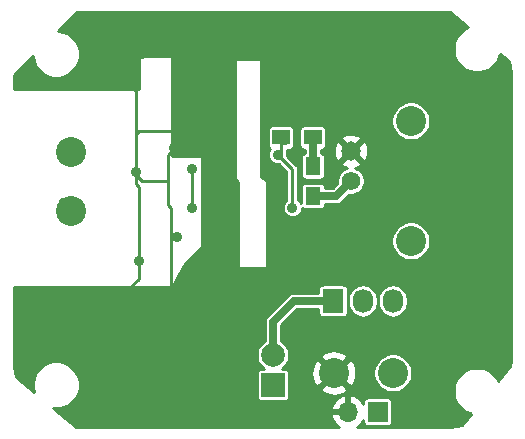
<source format=gbl>
G04 #@! TF.GenerationSoftware,KiCad,Pcbnew,(5.1.10)-1*
G04 #@! TF.CreationDate,2022-01-17T16:42:43-05:00*
G04 #@! TF.ProjectId,DiffProbe,44696666-5072-46f6-9265-2e6b69636164,X1*
G04 #@! TF.SameCoordinates,Original*
G04 #@! TF.FileFunction,Copper,L2,Bot*
G04 #@! TF.FilePolarity,Positive*
%FSLAX46Y46*%
G04 Gerber Fmt 4.6, Leading zero omitted, Abs format (unit mm)*
G04 Created by KiCad (PCBNEW (5.1.10)-1) date 2022-01-17 16:42:43*
%MOMM*%
%LPD*%
G01*
G04 APERTURE LIST*
G04 #@! TA.AperFunction,SMDPad,CuDef*
%ADD10R,1.250000X1.500000*%
G04 #@! TD*
G04 #@! TA.AperFunction,SMDPad,CuDef*
%ADD11R,1.500000X1.300000*%
G04 #@! TD*
G04 #@! TA.AperFunction,ComponentPad*
%ADD12C,2.540000*%
G04 #@! TD*
G04 #@! TA.AperFunction,ComponentPad*
%ADD13R,2.000000X2.000000*%
G04 #@! TD*
G04 #@! TA.AperFunction,ComponentPad*
%ADD14C,2.000000*%
G04 #@! TD*
G04 #@! TA.AperFunction,ComponentPad*
%ADD15C,1.574800*%
G04 #@! TD*
G04 #@! TA.AperFunction,ComponentPad*
%ADD16C,1.651000*%
G04 #@! TD*
G04 #@! TA.AperFunction,ComponentPad*
%ADD17R,1.727200X2.032000*%
G04 #@! TD*
G04 #@! TA.AperFunction,ComponentPad*
%ADD18O,1.727200X2.032000*%
G04 #@! TD*
G04 #@! TA.AperFunction,ComponentPad*
%ADD19R,1.700000X1.700000*%
G04 #@! TD*
G04 #@! TA.AperFunction,ComponentPad*
%ADD20O,1.700000X1.700000*%
G04 #@! TD*
G04 #@! TA.AperFunction,ViaPad*
%ADD21C,0.889000*%
G04 #@! TD*
G04 #@! TA.AperFunction,Conductor*
%ADD22C,0.254000*%
G04 #@! TD*
G04 #@! TA.AperFunction,Conductor*
%ADD23C,0.635000*%
G04 #@! TD*
G04 #@! TA.AperFunction,Conductor*
%ADD24C,0.150000*%
G04 #@! TD*
G04 APERTURE END LIST*
D10*
X25750000Y-16000000D03*
X25750000Y-13500000D03*
D11*
X23034000Y-11049000D03*
X25734000Y-11049000D03*
D12*
X32512000Y-30988000D03*
X27512000Y-30988000D03*
X5240000Y-17242000D03*
X5240000Y-12242000D03*
D13*
X22352000Y-32004000D03*
D14*
X22352000Y-29464000D03*
D15*
X28956000Y-14732000D03*
D16*
X28956000Y-12192000D03*
D12*
X34036000Y-9652000D03*
X34036000Y-19812000D03*
D17*
X27432000Y-24892000D03*
D18*
X29972000Y-24892000D03*
X32512000Y-24892000D03*
D19*
X31242000Y-34290000D03*
D20*
X28702000Y-34290000D03*
D21*
X18250000Y-6750000D03*
X10750000Y-6750000D03*
X14250000Y-19500000D03*
X14000000Y-4000000D03*
X11250000Y-4000000D03*
X19050000Y-22606000D03*
X10750000Y-14000000D03*
X13970000Y-11938000D03*
X11000000Y-21500000D03*
X15000000Y-23750000D03*
X17018000Y-8890000D03*
X7750000Y-29750000D03*
X15240000Y-26924000D03*
X2540000Y-24384000D03*
X14478000Y-30988000D03*
X24638000Y-8128000D03*
X24638000Y-20828000D03*
X15875000Y-33655000D03*
X15500000Y-17000000D03*
X15500000Y-13750000D03*
X24000000Y-17000000D03*
X22750000Y-12500000D03*
D22*
X10750000Y-6750000D02*
X10750000Y-11250000D01*
X14250000Y-19500000D02*
X14000000Y-19500000D01*
X14000000Y-19500000D02*
X13750000Y-19250000D01*
X13750000Y-23750000D02*
X13750000Y-19250000D01*
X13750000Y-19250000D02*
X13750000Y-17000000D01*
X13750000Y-17000000D02*
X13500000Y-16750000D01*
X13500000Y-16750000D02*
X13500000Y-14750000D01*
X10750000Y-12750000D02*
X10750000Y-14000000D01*
X14000000Y-10500000D02*
X11000000Y-10500000D01*
X10750000Y-10750000D02*
X11000000Y-10500000D01*
X10750000Y-10750000D02*
X10750000Y-11250000D01*
X10750000Y-11250000D02*
X10750000Y-12750000D01*
X10750000Y-12750000D02*
X10750000Y-14250000D01*
X13970000Y-11938000D02*
X13970000Y-12030000D01*
X11250000Y-14750000D02*
X10750000Y-14250000D01*
X13500000Y-14750000D02*
X11250000Y-14750000D01*
X13500000Y-12500000D02*
X13500000Y-14750000D01*
X13970000Y-12030000D02*
X13500000Y-12500000D01*
X11000000Y-21500000D02*
X11000000Y-15250000D01*
X11000000Y-15250000D02*
X10750000Y-15000000D01*
X10750000Y-15000000D02*
X10750000Y-14250000D01*
X11000000Y-21500000D02*
X11000000Y-23000000D01*
X11000000Y-23000000D02*
X9750000Y-24250000D01*
D23*
X22352000Y-29464000D02*
X22352000Y-26648000D01*
X22352000Y-26648000D02*
X24108000Y-24892000D01*
X24108000Y-24892000D02*
X27432000Y-24892000D01*
D22*
X5240000Y-12242000D02*
X4522000Y-12242000D01*
X5322000Y-12160000D02*
X5240000Y-12242000D01*
D23*
X4540000Y-16542000D02*
X5240000Y-17242000D01*
D22*
X4508000Y-16510000D02*
X5240000Y-17242000D01*
X5810000Y-17812000D02*
X5240000Y-17242000D01*
X15500000Y-13750000D02*
X15500000Y-17000000D01*
D23*
X25750000Y-16000000D02*
X27688000Y-16000000D01*
X27688000Y-16000000D02*
X28956000Y-14732000D01*
D22*
X27688000Y-16000000D02*
X28956000Y-14732000D01*
D23*
X25750000Y-13500000D02*
X25750000Y-11065000D01*
X25750000Y-11065000D02*
X25734000Y-11049000D01*
D22*
X25734000Y-11049000D02*
X25734000Y-13484000D01*
X25734000Y-13484000D02*
X25750000Y-13500000D01*
X23034000Y-11049000D02*
X23034000Y-12216000D01*
X23034000Y-12216000D02*
X22750000Y-12500000D01*
X24000000Y-17000000D02*
X24000000Y-13750000D01*
X24000000Y-13750000D02*
X22750000Y-12500000D01*
X22750000Y-12500000D02*
X23034000Y-12216000D01*
D23*
X23368000Y-11383000D02*
X23034000Y-11049000D01*
D22*
X37318446Y-463897D02*
X38851025Y-1731958D01*
X38685645Y-1800461D01*
X38361186Y-2017257D01*
X38085257Y-2293186D01*
X37868461Y-2617645D01*
X37719129Y-2978164D01*
X37643000Y-3360889D01*
X37643000Y-3751111D01*
X37719129Y-4133836D01*
X37868461Y-4494355D01*
X38085257Y-4818814D01*
X38361186Y-5094743D01*
X38685645Y-5311539D01*
X39046164Y-5460871D01*
X39428889Y-5537000D01*
X39819111Y-5537000D01*
X40201836Y-5460871D01*
X40562355Y-5311539D01*
X40886814Y-5094743D01*
X41162743Y-4818814D01*
X41379539Y-4494355D01*
X41528871Y-4133836D01*
X41560677Y-3973935D01*
X42323730Y-4605287D01*
X42480163Y-5483492D01*
X42505000Y-6010167D01*
X42505001Y-29982297D01*
X42467300Y-30440860D01*
X41427275Y-31688890D01*
X41379539Y-31573645D01*
X41162743Y-31249186D01*
X40886814Y-30973257D01*
X40562355Y-30756461D01*
X40201836Y-30607129D01*
X39819111Y-30531000D01*
X39428889Y-30531000D01*
X39046164Y-30607129D01*
X38685645Y-30756461D01*
X38361186Y-30973257D01*
X38085257Y-31249186D01*
X37868461Y-31573645D01*
X37719129Y-31934164D01*
X37643000Y-32316889D01*
X37643000Y-32707111D01*
X37719129Y-33089836D01*
X37868461Y-33450355D01*
X38085257Y-33774814D01*
X38361186Y-34050743D01*
X38685645Y-34267539D01*
X39046164Y-34416871D01*
X39138630Y-34435264D01*
X38347382Y-35384762D01*
X37451368Y-35544366D01*
X36982197Y-35569000D01*
X29453470Y-35569000D01*
X29468920Y-35561641D01*
X29702269Y-35387588D01*
X29897178Y-35171355D01*
X30009157Y-34983367D01*
X30009157Y-35140000D01*
X30016513Y-35214689D01*
X30038299Y-35286508D01*
X30073678Y-35352696D01*
X30121289Y-35410711D01*
X30179304Y-35458322D01*
X30245492Y-35493701D01*
X30317311Y-35515487D01*
X30392000Y-35522843D01*
X32092000Y-35522843D01*
X32166689Y-35515487D01*
X32238508Y-35493701D01*
X32304696Y-35458322D01*
X32362711Y-35410711D01*
X32410322Y-35352696D01*
X32445701Y-35286508D01*
X32467487Y-35214689D01*
X32474843Y-35140000D01*
X32474843Y-33440000D01*
X32467487Y-33365311D01*
X32445701Y-33293492D01*
X32410322Y-33227304D01*
X32362711Y-33169289D01*
X32304696Y-33121678D01*
X32238508Y-33086299D01*
X32166689Y-33064513D01*
X32092000Y-33057157D01*
X30392000Y-33057157D01*
X30317311Y-33064513D01*
X30245492Y-33086299D01*
X30179304Y-33121678D01*
X30121289Y-33169289D01*
X30073678Y-33227304D01*
X30038299Y-33293492D01*
X30016513Y-33365311D01*
X30009157Y-33440000D01*
X30009157Y-33596633D01*
X29897178Y-33408645D01*
X29702269Y-33192412D01*
X29468920Y-33018359D01*
X29206099Y-32893175D01*
X29058890Y-32848524D01*
X28829000Y-32969845D01*
X28829000Y-34163000D01*
X28849000Y-34163000D01*
X28849000Y-34417000D01*
X28829000Y-34417000D01*
X28829000Y-34437000D01*
X28575000Y-34437000D01*
X28575000Y-34417000D01*
X27381186Y-34417000D01*
X27260519Y-34646891D01*
X27357843Y-34921252D01*
X27506822Y-35171355D01*
X27701731Y-35387588D01*
X27935080Y-35561641D01*
X27950530Y-35569000D01*
X6017690Y-35569000D01*
X5644346Y-35538305D01*
X3766390Y-33973342D01*
X3804889Y-33981000D01*
X4195111Y-33981000D01*
X4435874Y-33933109D01*
X27260519Y-33933109D01*
X27381186Y-34163000D01*
X28575000Y-34163000D01*
X28575000Y-32969845D01*
X28345110Y-32848524D01*
X28197901Y-32893175D01*
X27935080Y-33018359D01*
X27701731Y-33192412D01*
X27506822Y-33408645D01*
X27357843Y-33658748D01*
X27260519Y-33933109D01*
X4435874Y-33933109D01*
X4577836Y-33904871D01*
X4938355Y-33755539D01*
X5262814Y-33538743D01*
X5538743Y-33262814D01*
X5755539Y-32938355D01*
X5904871Y-32577836D01*
X5981000Y-32195111D01*
X5981000Y-31804889D01*
X5904871Y-31422164D01*
X5755539Y-31061645D01*
X5717022Y-31004000D01*
X20969157Y-31004000D01*
X20969157Y-33004000D01*
X20976513Y-33078689D01*
X20998299Y-33150508D01*
X21033678Y-33216696D01*
X21081289Y-33274711D01*
X21139304Y-33322322D01*
X21205492Y-33357701D01*
X21277311Y-33379487D01*
X21352000Y-33386843D01*
X23352000Y-33386843D01*
X23426689Y-33379487D01*
X23498508Y-33357701D01*
X23564696Y-33322322D01*
X23622711Y-33274711D01*
X23670322Y-33216696D01*
X23705701Y-33150508D01*
X23727487Y-33078689D01*
X23734843Y-33004000D01*
X23734843Y-32315852D01*
X26363753Y-32315852D01*
X26492076Y-32607871D01*
X26827695Y-32775723D01*
X27189611Y-32874874D01*
X27563916Y-32901514D01*
X27936227Y-32854618D01*
X28292235Y-32735988D01*
X28531924Y-32607871D01*
X28660247Y-32315852D01*
X27512000Y-31167605D01*
X26363753Y-32315852D01*
X23734843Y-32315852D01*
X23734843Y-31039916D01*
X25598486Y-31039916D01*
X25645382Y-31412227D01*
X25764012Y-31768235D01*
X25892129Y-32007924D01*
X26184148Y-32136247D01*
X27332395Y-30988000D01*
X27691605Y-30988000D01*
X28839852Y-32136247D01*
X29131871Y-32007924D01*
X29299723Y-31672305D01*
X29398874Y-31310389D01*
X29425514Y-30936084D01*
X29411572Y-30825391D01*
X30861000Y-30825391D01*
X30861000Y-31150609D01*
X30924447Y-31469579D01*
X31048903Y-31770042D01*
X31229585Y-32040451D01*
X31459549Y-32270415D01*
X31729958Y-32451097D01*
X32030421Y-32575553D01*
X32349391Y-32639000D01*
X32674609Y-32639000D01*
X32993579Y-32575553D01*
X33294042Y-32451097D01*
X33564451Y-32270415D01*
X33794415Y-32040451D01*
X33975097Y-31770042D01*
X34099553Y-31469579D01*
X34163000Y-31150609D01*
X34163000Y-30825391D01*
X34099553Y-30506421D01*
X33975097Y-30205958D01*
X33794415Y-29935549D01*
X33564451Y-29705585D01*
X33294042Y-29524903D01*
X32993579Y-29400447D01*
X32674609Y-29337000D01*
X32349391Y-29337000D01*
X32030421Y-29400447D01*
X31729958Y-29524903D01*
X31459549Y-29705585D01*
X31229585Y-29935549D01*
X31048903Y-30205958D01*
X30924447Y-30506421D01*
X30861000Y-30825391D01*
X29411572Y-30825391D01*
X29378618Y-30563773D01*
X29259988Y-30207765D01*
X29131871Y-29968076D01*
X28839852Y-29839753D01*
X27691605Y-30988000D01*
X27332395Y-30988000D01*
X26184148Y-29839753D01*
X25892129Y-29968076D01*
X25724277Y-30303695D01*
X25625126Y-30665611D01*
X25598486Y-31039916D01*
X23734843Y-31039916D01*
X23734843Y-31004000D01*
X23727487Y-30929311D01*
X23705701Y-30857492D01*
X23670322Y-30791304D01*
X23622711Y-30733289D01*
X23564696Y-30685678D01*
X23498508Y-30650299D01*
X23426689Y-30628513D01*
X23352000Y-30621157D01*
X23105926Y-30621157D01*
X23232336Y-30536693D01*
X23424693Y-30344336D01*
X23575826Y-30118149D01*
X23679929Y-29866823D01*
X23721039Y-29660148D01*
X26363753Y-29660148D01*
X27512000Y-30808395D01*
X28660247Y-29660148D01*
X28531924Y-29368129D01*
X28196305Y-29200277D01*
X27834389Y-29101126D01*
X27460084Y-29074486D01*
X27087773Y-29121382D01*
X26731765Y-29240012D01*
X26492076Y-29368129D01*
X26363753Y-29660148D01*
X23721039Y-29660148D01*
X23733000Y-29600017D01*
X23733000Y-29327983D01*
X23679929Y-29061177D01*
X23575826Y-28809851D01*
X23424693Y-28583664D01*
X23232336Y-28391307D01*
X23050500Y-28269808D01*
X23050500Y-26937327D01*
X24397328Y-25590500D01*
X26185557Y-25590500D01*
X26185557Y-25908000D01*
X26192913Y-25982689D01*
X26214699Y-26054508D01*
X26250078Y-26120696D01*
X26297689Y-26178711D01*
X26355704Y-26226322D01*
X26421892Y-26261701D01*
X26493711Y-26283487D01*
X26568400Y-26290843D01*
X28295600Y-26290843D01*
X28370289Y-26283487D01*
X28442108Y-26261701D01*
X28508296Y-26226322D01*
X28566311Y-26178711D01*
X28613922Y-26120696D01*
X28649301Y-26054508D01*
X28671087Y-25982689D01*
X28678443Y-25908000D01*
X28678443Y-24678457D01*
X28727400Y-24678457D01*
X28727400Y-25105542D01*
X28745408Y-25288383D01*
X28816576Y-25522991D01*
X28932146Y-25739207D01*
X29087677Y-25928723D01*
X29277192Y-26084254D01*
X29493408Y-26199824D01*
X29728016Y-26270992D01*
X29972000Y-26295022D01*
X30215983Y-26270992D01*
X30450591Y-26199824D01*
X30666807Y-26084254D01*
X30856323Y-25928723D01*
X31011854Y-25739208D01*
X31127424Y-25522992D01*
X31198592Y-25288384D01*
X31216600Y-25105543D01*
X31216600Y-24678458D01*
X31216600Y-24678457D01*
X31267400Y-24678457D01*
X31267400Y-25105542D01*
X31285408Y-25288383D01*
X31356576Y-25522991D01*
X31472146Y-25739207D01*
X31627677Y-25928723D01*
X31817192Y-26084254D01*
X32033408Y-26199824D01*
X32268016Y-26270992D01*
X32512000Y-26295022D01*
X32755983Y-26270992D01*
X32990591Y-26199824D01*
X33206807Y-26084254D01*
X33396323Y-25928723D01*
X33551854Y-25739208D01*
X33667424Y-25522992D01*
X33738592Y-25288384D01*
X33756600Y-25105543D01*
X33756600Y-24678458D01*
X33738592Y-24495617D01*
X33667424Y-24261009D01*
X33551854Y-24044793D01*
X33396323Y-23855277D01*
X33206808Y-23699746D01*
X32990592Y-23584176D01*
X32755984Y-23513008D01*
X32512000Y-23488978D01*
X32268017Y-23513008D01*
X32033409Y-23584176D01*
X31817193Y-23699746D01*
X31627678Y-23855277D01*
X31472147Y-24044792D01*
X31356576Y-24261008D01*
X31285408Y-24495616D01*
X31267400Y-24678457D01*
X31216600Y-24678457D01*
X31198592Y-24495617D01*
X31127424Y-24261009D01*
X31011854Y-24044793D01*
X30856323Y-23855277D01*
X30666808Y-23699746D01*
X30450592Y-23584176D01*
X30215984Y-23513008D01*
X29972000Y-23488978D01*
X29728017Y-23513008D01*
X29493409Y-23584176D01*
X29277193Y-23699746D01*
X29087678Y-23855277D01*
X28932147Y-24044792D01*
X28816576Y-24261008D01*
X28745408Y-24495616D01*
X28727400Y-24678457D01*
X28678443Y-24678457D01*
X28678443Y-23876000D01*
X28671087Y-23801311D01*
X28649301Y-23729492D01*
X28613922Y-23663304D01*
X28566311Y-23605289D01*
X28508296Y-23557678D01*
X28442108Y-23522299D01*
X28370289Y-23500513D01*
X28295600Y-23493157D01*
X26568400Y-23493157D01*
X26493711Y-23500513D01*
X26421892Y-23522299D01*
X26355704Y-23557678D01*
X26297689Y-23605289D01*
X26250078Y-23663304D01*
X26214699Y-23729492D01*
X26192913Y-23801311D01*
X26185557Y-23876000D01*
X26185557Y-24193500D01*
X24142297Y-24193500D01*
X24107999Y-24190122D01*
X24073701Y-24193500D01*
X24073691Y-24193500D01*
X23971070Y-24203607D01*
X23839403Y-24243548D01*
X23839401Y-24243549D01*
X23718056Y-24308409D01*
X23638346Y-24373826D01*
X23638343Y-24373829D01*
X23611697Y-24395697D01*
X23589829Y-24422343D01*
X21882344Y-26129829D01*
X21855698Y-26151697D01*
X21833830Y-26178343D01*
X21833826Y-26178347D01*
X21768409Y-26258057D01*
X21703549Y-26379402D01*
X21663608Y-26511071D01*
X21650122Y-26648000D01*
X21653501Y-26682308D01*
X21653500Y-28269808D01*
X21471664Y-28391307D01*
X21279307Y-28583664D01*
X21128174Y-28809851D01*
X21024071Y-29061177D01*
X20971000Y-29327983D01*
X20971000Y-29600017D01*
X21024071Y-29866823D01*
X21128174Y-30118149D01*
X21279307Y-30344336D01*
X21471664Y-30536693D01*
X21598074Y-30621157D01*
X21352000Y-30621157D01*
X21277311Y-30628513D01*
X21205492Y-30650299D01*
X21139304Y-30685678D01*
X21081289Y-30733289D01*
X21033678Y-30791304D01*
X20998299Y-30857492D01*
X20976513Y-30929311D01*
X20969157Y-31004000D01*
X5717022Y-31004000D01*
X5538743Y-30737186D01*
X5262814Y-30461257D01*
X4938355Y-30244461D01*
X4577836Y-30095129D01*
X4195111Y-30019000D01*
X3804889Y-30019000D01*
X3422164Y-30095129D01*
X3061645Y-30244461D01*
X2737186Y-30461257D01*
X2461257Y-30737186D01*
X2244461Y-31061645D01*
X2095129Y-31422164D01*
X2019000Y-31804889D01*
X2019000Y-32195111D01*
X2095129Y-32577836D01*
X2096893Y-32582094D01*
X601851Y-31336226D01*
X455837Y-30516509D01*
X431000Y-29989833D01*
X431000Y-23741000D01*
X13716000Y-23741000D01*
X13750967Y-23736091D01*
X13774114Y-23726923D01*
X13795028Y-23713416D01*
X13812905Y-23696088D01*
X13827057Y-23675606D01*
X14852408Y-21827198D01*
X16339803Y-20339803D01*
X16355597Y-20320557D01*
X16367333Y-20298601D01*
X16374560Y-20274776D01*
X16377000Y-20250000D01*
X16377000Y-12750000D01*
X16374560Y-12725224D01*
X16367333Y-12701399D01*
X16355597Y-12679443D01*
X16339803Y-12660197D01*
X16320557Y-12644403D01*
X16298601Y-12632667D01*
X16274776Y-12625440D01*
X16250000Y-12623000D01*
X13843000Y-12623000D01*
X13843000Y-4500000D01*
X19123000Y-4500000D01*
X19123000Y-14500000D01*
X19125440Y-14524776D01*
X19132667Y-14548601D01*
X19144403Y-14570557D01*
X19160197Y-14589803D01*
X19373000Y-14802606D01*
X19373000Y-22000000D01*
X19375440Y-22024776D01*
X19382667Y-22048601D01*
X19394403Y-22070557D01*
X19410197Y-22089803D01*
X19429443Y-22105597D01*
X19451399Y-22117333D01*
X19475224Y-22124560D01*
X19500000Y-22127000D01*
X21750000Y-22127000D01*
X21774776Y-22124560D01*
X21798601Y-22117333D01*
X21820557Y-22105597D01*
X21839803Y-22089803D01*
X21855597Y-22070557D01*
X21867333Y-22048601D01*
X21874560Y-22024776D01*
X21877000Y-22000000D01*
X21877000Y-19649391D01*
X32385000Y-19649391D01*
X32385000Y-19974609D01*
X32448447Y-20293579D01*
X32572903Y-20594042D01*
X32753585Y-20864451D01*
X32983549Y-21094415D01*
X33253958Y-21275097D01*
X33554421Y-21399553D01*
X33873391Y-21463000D01*
X34198609Y-21463000D01*
X34517579Y-21399553D01*
X34818042Y-21275097D01*
X35088451Y-21094415D01*
X35318415Y-20864451D01*
X35499097Y-20594042D01*
X35623553Y-20293579D01*
X35687000Y-19974609D01*
X35687000Y-19649391D01*
X35623553Y-19330421D01*
X35499097Y-19029958D01*
X35318415Y-18759549D01*
X35088451Y-18529585D01*
X34818042Y-18348903D01*
X34517579Y-18224447D01*
X34198609Y-18161000D01*
X33873391Y-18161000D01*
X33554421Y-18224447D01*
X33253958Y-18348903D01*
X32983549Y-18529585D01*
X32753585Y-18759549D01*
X32572903Y-19029958D01*
X32448447Y-19330421D01*
X32385000Y-19649391D01*
X21877000Y-19649391D01*
X21877000Y-14750000D01*
X21876003Y-14734116D01*
X21870483Y-14709839D01*
X21860333Y-14687106D01*
X21845943Y-14666789D01*
X21827866Y-14649671D01*
X21806796Y-14636408D01*
X21377000Y-14421510D01*
X21377000Y-10399000D01*
X21901157Y-10399000D01*
X21901157Y-11699000D01*
X21908513Y-11773689D01*
X21930299Y-11845508D01*
X21965678Y-11911696D01*
X22013289Y-11969711D01*
X22071304Y-12017322D01*
X22077487Y-12020627D01*
X22018452Y-12108979D01*
X21956224Y-12259211D01*
X21924500Y-12418695D01*
X21924500Y-12581305D01*
X21956224Y-12740789D01*
X22018452Y-12891021D01*
X22108792Y-13026225D01*
X22223775Y-13141208D01*
X22358979Y-13231548D01*
X22509211Y-13293776D01*
X22668695Y-13325500D01*
X22831305Y-13325500D01*
X22852803Y-13321224D01*
X23492001Y-13960422D01*
X23492000Y-16346614D01*
X23473775Y-16358792D01*
X23358792Y-16473775D01*
X23268452Y-16608979D01*
X23206224Y-16759211D01*
X23174500Y-16918695D01*
X23174500Y-17081305D01*
X23206224Y-17240789D01*
X23268452Y-17391021D01*
X23358792Y-17526225D01*
X23473775Y-17641208D01*
X23608979Y-17731548D01*
X23759211Y-17793776D01*
X23918695Y-17825500D01*
X24081305Y-17825500D01*
X24240789Y-17793776D01*
X24391021Y-17731548D01*
X24526225Y-17641208D01*
X24641208Y-17526225D01*
X24731548Y-17391021D01*
X24793776Y-17240789D01*
X24825500Y-17081305D01*
X24825500Y-16985631D01*
X24854289Y-17020711D01*
X24912304Y-17068322D01*
X24978492Y-17103701D01*
X25050311Y-17125487D01*
X25125000Y-17132843D01*
X26375000Y-17132843D01*
X26449689Y-17125487D01*
X26521508Y-17103701D01*
X26587696Y-17068322D01*
X26645711Y-17020711D01*
X26693322Y-16962696D01*
X26728701Y-16896508D01*
X26750487Y-16824689D01*
X26757843Y-16750000D01*
X26757843Y-16698500D01*
X27653702Y-16698500D01*
X27688000Y-16701878D01*
X27722298Y-16698500D01*
X27722309Y-16698500D01*
X27824930Y-16688393D01*
X27956597Y-16648452D01*
X28077943Y-16583591D01*
X28184303Y-16496303D01*
X28206175Y-16469652D01*
X28786294Y-15889534D01*
X28840923Y-15900400D01*
X29071077Y-15900400D01*
X29296810Y-15855499D01*
X29509445Y-15767422D01*
X29700811Y-15639555D01*
X29863555Y-15476811D01*
X29991422Y-15285445D01*
X30079499Y-15072810D01*
X30124400Y-14847077D01*
X30124400Y-14616923D01*
X30079499Y-14391190D01*
X29991422Y-14178555D01*
X29863555Y-13987189D01*
X29700811Y-13824445D01*
X29509445Y-13696578D01*
X29312966Y-13615193D01*
X29581196Y-13519737D01*
X29712633Y-13449481D01*
X29787304Y-13202909D01*
X28956000Y-12371605D01*
X28124696Y-13202909D01*
X28199367Y-13449481D01*
X28459228Y-13572931D01*
X28609518Y-13610850D01*
X28402555Y-13696578D01*
X28211189Y-13824445D01*
X28048445Y-13987189D01*
X27920578Y-14178555D01*
X27832501Y-14391190D01*
X27787600Y-14616923D01*
X27787600Y-14847077D01*
X27798466Y-14901706D01*
X27398673Y-15301500D01*
X26757843Y-15301500D01*
X26757843Y-15250000D01*
X26750487Y-15175311D01*
X26728701Y-15103492D01*
X26693322Y-15037304D01*
X26645711Y-14979289D01*
X26587696Y-14931678D01*
X26521508Y-14896299D01*
X26449689Y-14874513D01*
X26375000Y-14867157D01*
X25125000Y-14867157D01*
X25050311Y-14874513D01*
X24978492Y-14896299D01*
X24912304Y-14931678D01*
X24854289Y-14979289D01*
X24806678Y-15037304D01*
X24771299Y-15103492D01*
X24749513Y-15175311D01*
X24742157Y-15250000D01*
X24742157Y-16634591D01*
X24731548Y-16608979D01*
X24641208Y-16473775D01*
X24526225Y-16358792D01*
X24508000Y-16346615D01*
X24508000Y-13774944D01*
X24510457Y-13750000D01*
X24508000Y-13725053D01*
X24500649Y-13650415D01*
X24471601Y-13554657D01*
X24447168Y-13508947D01*
X24424429Y-13466404D01*
X24376850Y-13408429D01*
X24360948Y-13389052D01*
X24341571Y-13373150D01*
X23571224Y-12602803D01*
X23575500Y-12581305D01*
X23575500Y-12418695D01*
X23543776Y-12259211D01*
X23540888Y-12252239D01*
X23542000Y-12240947D01*
X23542000Y-12240944D01*
X23544457Y-12216000D01*
X23542000Y-12191056D01*
X23542000Y-12081843D01*
X23784000Y-12081843D01*
X23858689Y-12074487D01*
X23930508Y-12052701D01*
X23996696Y-12017322D01*
X24054711Y-11969711D01*
X24102322Y-11911696D01*
X24137701Y-11845508D01*
X24159487Y-11773689D01*
X24166843Y-11699000D01*
X24166843Y-10399000D01*
X24601157Y-10399000D01*
X24601157Y-11699000D01*
X24608513Y-11773689D01*
X24630299Y-11845508D01*
X24665678Y-11911696D01*
X24713289Y-11969711D01*
X24771304Y-12017322D01*
X24837492Y-12052701D01*
X24909311Y-12074487D01*
X24984000Y-12081843D01*
X25051501Y-12081843D01*
X25051500Y-12374396D01*
X25050311Y-12374513D01*
X24978492Y-12396299D01*
X24912304Y-12431678D01*
X24854289Y-12479289D01*
X24806678Y-12537304D01*
X24771299Y-12603492D01*
X24749513Y-12675311D01*
X24742157Y-12750000D01*
X24742157Y-14250000D01*
X24749513Y-14324689D01*
X24771299Y-14396508D01*
X24806678Y-14462696D01*
X24854289Y-14520711D01*
X24912304Y-14568322D01*
X24978492Y-14603701D01*
X25050311Y-14625487D01*
X25125000Y-14632843D01*
X26375000Y-14632843D01*
X26449689Y-14625487D01*
X26521508Y-14603701D01*
X26587696Y-14568322D01*
X26645711Y-14520711D01*
X26693322Y-14462696D01*
X26728701Y-14396508D01*
X26750487Y-14324689D01*
X26757843Y-14250000D01*
X26757843Y-12750000D01*
X26750487Y-12675311D01*
X26728701Y-12603492D01*
X26693322Y-12537304D01*
X26645711Y-12479289D01*
X26587696Y-12431678D01*
X26521508Y-12396299D01*
X26449689Y-12374513D01*
X26448500Y-12374396D01*
X26448500Y-12261502D01*
X27490079Y-12261502D01*
X27531806Y-12546154D01*
X27628263Y-12817196D01*
X27698519Y-12948633D01*
X27945091Y-13023304D01*
X28776395Y-12192000D01*
X29135605Y-12192000D01*
X29966909Y-13023304D01*
X30213481Y-12948633D01*
X30336931Y-12688772D01*
X30407313Y-12409820D01*
X30421921Y-12122498D01*
X30380194Y-11837846D01*
X30283737Y-11566804D01*
X30213481Y-11435367D01*
X29966909Y-11360696D01*
X29135605Y-12192000D01*
X28776395Y-12192000D01*
X27945091Y-11360696D01*
X27698519Y-11435367D01*
X27575069Y-11695228D01*
X27504687Y-11974180D01*
X27490079Y-12261502D01*
X26448500Y-12261502D01*
X26448500Y-12081843D01*
X26484000Y-12081843D01*
X26558689Y-12074487D01*
X26630508Y-12052701D01*
X26696696Y-12017322D01*
X26754711Y-11969711D01*
X26802322Y-11911696D01*
X26837701Y-11845508D01*
X26859487Y-11773689D01*
X26866843Y-11699000D01*
X26866843Y-11181091D01*
X28124696Y-11181091D01*
X28956000Y-12012395D01*
X29787304Y-11181091D01*
X29712633Y-10934519D01*
X29452772Y-10811069D01*
X29173820Y-10740687D01*
X28886498Y-10726079D01*
X28601846Y-10767806D01*
X28330804Y-10864263D01*
X28199367Y-10934519D01*
X28124696Y-11181091D01*
X26866843Y-11181091D01*
X26866843Y-10399000D01*
X26859487Y-10324311D01*
X26837701Y-10252492D01*
X26802322Y-10186304D01*
X26754711Y-10128289D01*
X26696696Y-10080678D01*
X26630508Y-10045299D01*
X26558689Y-10023513D01*
X26484000Y-10016157D01*
X24984000Y-10016157D01*
X24909311Y-10023513D01*
X24837492Y-10045299D01*
X24771304Y-10080678D01*
X24713289Y-10128289D01*
X24665678Y-10186304D01*
X24630299Y-10252492D01*
X24608513Y-10324311D01*
X24601157Y-10399000D01*
X24166843Y-10399000D01*
X24159487Y-10324311D01*
X24137701Y-10252492D01*
X24102322Y-10186304D01*
X24054711Y-10128289D01*
X23996696Y-10080678D01*
X23930508Y-10045299D01*
X23858689Y-10023513D01*
X23784000Y-10016157D01*
X22284000Y-10016157D01*
X22209311Y-10023513D01*
X22137492Y-10045299D01*
X22071304Y-10080678D01*
X22013289Y-10128289D01*
X21965678Y-10186304D01*
X21930299Y-10252492D01*
X21908513Y-10324311D01*
X21901157Y-10399000D01*
X21377000Y-10399000D01*
X21377000Y-9489391D01*
X32385000Y-9489391D01*
X32385000Y-9814609D01*
X32448447Y-10133579D01*
X32572903Y-10434042D01*
X32753585Y-10704451D01*
X32983549Y-10934415D01*
X33253958Y-11115097D01*
X33554421Y-11239553D01*
X33873391Y-11303000D01*
X34198609Y-11303000D01*
X34517579Y-11239553D01*
X34818042Y-11115097D01*
X35088451Y-10934415D01*
X35318415Y-10704451D01*
X35499097Y-10434042D01*
X35623553Y-10133579D01*
X35687000Y-9814609D01*
X35687000Y-9489391D01*
X35623553Y-9170421D01*
X35499097Y-8869958D01*
X35318415Y-8599549D01*
X35088451Y-8369585D01*
X34818042Y-8188903D01*
X34517579Y-8064447D01*
X34198609Y-8001000D01*
X33873391Y-8001000D01*
X33554421Y-8064447D01*
X33253958Y-8188903D01*
X32983549Y-8369585D01*
X32753585Y-8599549D01*
X32572903Y-8869958D01*
X32448447Y-9170421D01*
X32385000Y-9489391D01*
X21377000Y-9489391D01*
X21377000Y-4500000D01*
X21374560Y-4475224D01*
X21367333Y-4451399D01*
X21355597Y-4429443D01*
X21339803Y-4410197D01*
X21320557Y-4394403D01*
X21298601Y-4382667D01*
X21274776Y-4375440D01*
X21250000Y-4373000D01*
X19250000Y-4373000D01*
X19225224Y-4375440D01*
X19201399Y-4382667D01*
X19179443Y-4394403D01*
X19160197Y-4410197D01*
X19144403Y-4429443D01*
X19132667Y-4451399D01*
X19125440Y-4475224D01*
X19123000Y-4500000D01*
X13843000Y-4500000D01*
X13843000Y-4318000D01*
X13840560Y-4293224D01*
X13833333Y-4269399D01*
X13821597Y-4247443D01*
X13805803Y-4228197D01*
X13786557Y-4212403D01*
X13764601Y-4200667D01*
X13740776Y-4193440D01*
X13716000Y-4191000D01*
X11120000Y-4191000D01*
X11095224Y-4193440D01*
X11071399Y-4200667D01*
X11049443Y-4212403D01*
X11030197Y-4228197D01*
X11014403Y-4247443D01*
X11002667Y-4269399D01*
X10995440Y-4293224D01*
X10993000Y-4318000D01*
X10993000Y-6985000D01*
X431000Y-6985000D01*
X431000Y-6017690D01*
X455105Y-5724501D01*
X2019000Y-4160606D01*
X2019000Y-4195111D01*
X2095129Y-4577836D01*
X2244461Y-4938355D01*
X2461257Y-5262814D01*
X2737186Y-5538743D01*
X3061645Y-5755539D01*
X3422164Y-5904871D01*
X3804889Y-5981000D01*
X4195111Y-5981000D01*
X4577836Y-5904871D01*
X4938355Y-5755539D01*
X5262814Y-5538743D01*
X5538743Y-5262814D01*
X5755539Y-4938355D01*
X5904871Y-4577836D01*
X5981000Y-4195111D01*
X5981000Y-3804889D01*
X5904871Y-3422164D01*
X5755539Y-3061645D01*
X5538743Y-2737186D01*
X5262814Y-2461257D01*
X4938355Y-2244461D01*
X4577836Y-2095129D01*
X4195111Y-2019000D01*
X4160606Y-2019000D01*
X5735661Y-443945D01*
X6010167Y-431000D01*
X36918310Y-431000D01*
X37318446Y-463897D01*
G04 #@! TA.AperFunction,Conductor*
D24*
G36*
X37318446Y-463897D02*
G01*
X38851025Y-1731958D01*
X38685645Y-1800461D01*
X38361186Y-2017257D01*
X38085257Y-2293186D01*
X37868461Y-2617645D01*
X37719129Y-2978164D01*
X37643000Y-3360889D01*
X37643000Y-3751111D01*
X37719129Y-4133836D01*
X37868461Y-4494355D01*
X38085257Y-4818814D01*
X38361186Y-5094743D01*
X38685645Y-5311539D01*
X39046164Y-5460871D01*
X39428889Y-5537000D01*
X39819111Y-5537000D01*
X40201836Y-5460871D01*
X40562355Y-5311539D01*
X40886814Y-5094743D01*
X41162743Y-4818814D01*
X41379539Y-4494355D01*
X41528871Y-4133836D01*
X41560677Y-3973935D01*
X42323730Y-4605287D01*
X42480163Y-5483492D01*
X42505000Y-6010167D01*
X42505001Y-29982297D01*
X42467300Y-30440860D01*
X41427275Y-31688890D01*
X41379539Y-31573645D01*
X41162743Y-31249186D01*
X40886814Y-30973257D01*
X40562355Y-30756461D01*
X40201836Y-30607129D01*
X39819111Y-30531000D01*
X39428889Y-30531000D01*
X39046164Y-30607129D01*
X38685645Y-30756461D01*
X38361186Y-30973257D01*
X38085257Y-31249186D01*
X37868461Y-31573645D01*
X37719129Y-31934164D01*
X37643000Y-32316889D01*
X37643000Y-32707111D01*
X37719129Y-33089836D01*
X37868461Y-33450355D01*
X38085257Y-33774814D01*
X38361186Y-34050743D01*
X38685645Y-34267539D01*
X39046164Y-34416871D01*
X39138630Y-34435264D01*
X38347382Y-35384762D01*
X37451368Y-35544366D01*
X36982197Y-35569000D01*
X29453470Y-35569000D01*
X29468920Y-35561641D01*
X29702269Y-35387588D01*
X29897178Y-35171355D01*
X30009157Y-34983367D01*
X30009157Y-35140000D01*
X30016513Y-35214689D01*
X30038299Y-35286508D01*
X30073678Y-35352696D01*
X30121289Y-35410711D01*
X30179304Y-35458322D01*
X30245492Y-35493701D01*
X30317311Y-35515487D01*
X30392000Y-35522843D01*
X32092000Y-35522843D01*
X32166689Y-35515487D01*
X32238508Y-35493701D01*
X32304696Y-35458322D01*
X32362711Y-35410711D01*
X32410322Y-35352696D01*
X32445701Y-35286508D01*
X32467487Y-35214689D01*
X32474843Y-35140000D01*
X32474843Y-33440000D01*
X32467487Y-33365311D01*
X32445701Y-33293492D01*
X32410322Y-33227304D01*
X32362711Y-33169289D01*
X32304696Y-33121678D01*
X32238508Y-33086299D01*
X32166689Y-33064513D01*
X32092000Y-33057157D01*
X30392000Y-33057157D01*
X30317311Y-33064513D01*
X30245492Y-33086299D01*
X30179304Y-33121678D01*
X30121289Y-33169289D01*
X30073678Y-33227304D01*
X30038299Y-33293492D01*
X30016513Y-33365311D01*
X30009157Y-33440000D01*
X30009157Y-33596633D01*
X29897178Y-33408645D01*
X29702269Y-33192412D01*
X29468920Y-33018359D01*
X29206099Y-32893175D01*
X29058890Y-32848524D01*
X28829000Y-32969845D01*
X28829000Y-34163000D01*
X28849000Y-34163000D01*
X28849000Y-34417000D01*
X28829000Y-34417000D01*
X28829000Y-34437000D01*
X28575000Y-34437000D01*
X28575000Y-34417000D01*
X27381186Y-34417000D01*
X27260519Y-34646891D01*
X27357843Y-34921252D01*
X27506822Y-35171355D01*
X27701731Y-35387588D01*
X27935080Y-35561641D01*
X27950530Y-35569000D01*
X6017690Y-35569000D01*
X5644346Y-35538305D01*
X3766390Y-33973342D01*
X3804889Y-33981000D01*
X4195111Y-33981000D01*
X4435874Y-33933109D01*
X27260519Y-33933109D01*
X27381186Y-34163000D01*
X28575000Y-34163000D01*
X28575000Y-32969845D01*
X28345110Y-32848524D01*
X28197901Y-32893175D01*
X27935080Y-33018359D01*
X27701731Y-33192412D01*
X27506822Y-33408645D01*
X27357843Y-33658748D01*
X27260519Y-33933109D01*
X4435874Y-33933109D01*
X4577836Y-33904871D01*
X4938355Y-33755539D01*
X5262814Y-33538743D01*
X5538743Y-33262814D01*
X5755539Y-32938355D01*
X5904871Y-32577836D01*
X5981000Y-32195111D01*
X5981000Y-31804889D01*
X5904871Y-31422164D01*
X5755539Y-31061645D01*
X5717022Y-31004000D01*
X20969157Y-31004000D01*
X20969157Y-33004000D01*
X20976513Y-33078689D01*
X20998299Y-33150508D01*
X21033678Y-33216696D01*
X21081289Y-33274711D01*
X21139304Y-33322322D01*
X21205492Y-33357701D01*
X21277311Y-33379487D01*
X21352000Y-33386843D01*
X23352000Y-33386843D01*
X23426689Y-33379487D01*
X23498508Y-33357701D01*
X23564696Y-33322322D01*
X23622711Y-33274711D01*
X23670322Y-33216696D01*
X23705701Y-33150508D01*
X23727487Y-33078689D01*
X23734843Y-33004000D01*
X23734843Y-32315852D01*
X26363753Y-32315852D01*
X26492076Y-32607871D01*
X26827695Y-32775723D01*
X27189611Y-32874874D01*
X27563916Y-32901514D01*
X27936227Y-32854618D01*
X28292235Y-32735988D01*
X28531924Y-32607871D01*
X28660247Y-32315852D01*
X27512000Y-31167605D01*
X26363753Y-32315852D01*
X23734843Y-32315852D01*
X23734843Y-31039916D01*
X25598486Y-31039916D01*
X25645382Y-31412227D01*
X25764012Y-31768235D01*
X25892129Y-32007924D01*
X26184148Y-32136247D01*
X27332395Y-30988000D01*
X27691605Y-30988000D01*
X28839852Y-32136247D01*
X29131871Y-32007924D01*
X29299723Y-31672305D01*
X29398874Y-31310389D01*
X29425514Y-30936084D01*
X29411572Y-30825391D01*
X30861000Y-30825391D01*
X30861000Y-31150609D01*
X30924447Y-31469579D01*
X31048903Y-31770042D01*
X31229585Y-32040451D01*
X31459549Y-32270415D01*
X31729958Y-32451097D01*
X32030421Y-32575553D01*
X32349391Y-32639000D01*
X32674609Y-32639000D01*
X32993579Y-32575553D01*
X33294042Y-32451097D01*
X33564451Y-32270415D01*
X33794415Y-32040451D01*
X33975097Y-31770042D01*
X34099553Y-31469579D01*
X34163000Y-31150609D01*
X34163000Y-30825391D01*
X34099553Y-30506421D01*
X33975097Y-30205958D01*
X33794415Y-29935549D01*
X33564451Y-29705585D01*
X33294042Y-29524903D01*
X32993579Y-29400447D01*
X32674609Y-29337000D01*
X32349391Y-29337000D01*
X32030421Y-29400447D01*
X31729958Y-29524903D01*
X31459549Y-29705585D01*
X31229585Y-29935549D01*
X31048903Y-30205958D01*
X30924447Y-30506421D01*
X30861000Y-30825391D01*
X29411572Y-30825391D01*
X29378618Y-30563773D01*
X29259988Y-30207765D01*
X29131871Y-29968076D01*
X28839852Y-29839753D01*
X27691605Y-30988000D01*
X27332395Y-30988000D01*
X26184148Y-29839753D01*
X25892129Y-29968076D01*
X25724277Y-30303695D01*
X25625126Y-30665611D01*
X25598486Y-31039916D01*
X23734843Y-31039916D01*
X23734843Y-31004000D01*
X23727487Y-30929311D01*
X23705701Y-30857492D01*
X23670322Y-30791304D01*
X23622711Y-30733289D01*
X23564696Y-30685678D01*
X23498508Y-30650299D01*
X23426689Y-30628513D01*
X23352000Y-30621157D01*
X23105926Y-30621157D01*
X23232336Y-30536693D01*
X23424693Y-30344336D01*
X23575826Y-30118149D01*
X23679929Y-29866823D01*
X23721039Y-29660148D01*
X26363753Y-29660148D01*
X27512000Y-30808395D01*
X28660247Y-29660148D01*
X28531924Y-29368129D01*
X28196305Y-29200277D01*
X27834389Y-29101126D01*
X27460084Y-29074486D01*
X27087773Y-29121382D01*
X26731765Y-29240012D01*
X26492076Y-29368129D01*
X26363753Y-29660148D01*
X23721039Y-29660148D01*
X23733000Y-29600017D01*
X23733000Y-29327983D01*
X23679929Y-29061177D01*
X23575826Y-28809851D01*
X23424693Y-28583664D01*
X23232336Y-28391307D01*
X23050500Y-28269808D01*
X23050500Y-26937327D01*
X24397328Y-25590500D01*
X26185557Y-25590500D01*
X26185557Y-25908000D01*
X26192913Y-25982689D01*
X26214699Y-26054508D01*
X26250078Y-26120696D01*
X26297689Y-26178711D01*
X26355704Y-26226322D01*
X26421892Y-26261701D01*
X26493711Y-26283487D01*
X26568400Y-26290843D01*
X28295600Y-26290843D01*
X28370289Y-26283487D01*
X28442108Y-26261701D01*
X28508296Y-26226322D01*
X28566311Y-26178711D01*
X28613922Y-26120696D01*
X28649301Y-26054508D01*
X28671087Y-25982689D01*
X28678443Y-25908000D01*
X28678443Y-24678457D01*
X28727400Y-24678457D01*
X28727400Y-25105542D01*
X28745408Y-25288383D01*
X28816576Y-25522991D01*
X28932146Y-25739207D01*
X29087677Y-25928723D01*
X29277192Y-26084254D01*
X29493408Y-26199824D01*
X29728016Y-26270992D01*
X29972000Y-26295022D01*
X30215983Y-26270992D01*
X30450591Y-26199824D01*
X30666807Y-26084254D01*
X30856323Y-25928723D01*
X31011854Y-25739208D01*
X31127424Y-25522992D01*
X31198592Y-25288384D01*
X31216600Y-25105543D01*
X31216600Y-24678458D01*
X31216600Y-24678457D01*
X31267400Y-24678457D01*
X31267400Y-25105542D01*
X31285408Y-25288383D01*
X31356576Y-25522991D01*
X31472146Y-25739207D01*
X31627677Y-25928723D01*
X31817192Y-26084254D01*
X32033408Y-26199824D01*
X32268016Y-26270992D01*
X32512000Y-26295022D01*
X32755983Y-26270992D01*
X32990591Y-26199824D01*
X33206807Y-26084254D01*
X33396323Y-25928723D01*
X33551854Y-25739208D01*
X33667424Y-25522992D01*
X33738592Y-25288384D01*
X33756600Y-25105543D01*
X33756600Y-24678458D01*
X33738592Y-24495617D01*
X33667424Y-24261009D01*
X33551854Y-24044793D01*
X33396323Y-23855277D01*
X33206808Y-23699746D01*
X32990592Y-23584176D01*
X32755984Y-23513008D01*
X32512000Y-23488978D01*
X32268017Y-23513008D01*
X32033409Y-23584176D01*
X31817193Y-23699746D01*
X31627678Y-23855277D01*
X31472147Y-24044792D01*
X31356576Y-24261008D01*
X31285408Y-24495616D01*
X31267400Y-24678457D01*
X31216600Y-24678457D01*
X31198592Y-24495617D01*
X31127424Y-24261009D01*
X31011854Y-24044793D01*
X30856323Y-23855277D01*
X30666808Y-23699746D01*
X30450592Y-23584176D01*
X30215984Y-23513008D01*
X29972000Y-23488978D01*
X29728017Y-23513008D01*
X29493409Y-23584176D01*
X29277193Y-23699746D01*
X29087678Y-23855277D01*
X28932147Y-24044792D01*
X28816576Y-24261008D01*
X28745408Y-24495616D01*
X28727400Y-24678457D01*
X28678443Y-24678457D01*
X28678443Y-23876000D01*
X28671087Y-23801311D01*
X28649301Y-23729492D01*
X28613922Y-23663304D01*
X28566311Y-23605289D01*
X28508296Y-23557678D01*
X28442108Y-23522299D01*
X28370289Y-23500513D01*
X28295600Y-23493157D01*
X26568400Y-23493157D01*
X26493711Y-23500513D01*
X26421892Y-23522299D01*
X26355704Y-23557678D01*
X26297689Y-23605289D01*
X26250078Y-23663304D01*
X26214699Y-23729492D01*
X26192913Y-23801311D01*
X26185557Y-23876000D01*
X26185557Y-24193500D01*
X24142297Y-24193500D01*
X24107999Y-24190122D01*
X24073701Y-24193500D01*
X24073691Y-24193500D01*
X23971070Y-24203607D01*
X23839403Y-24243548D01*
X23839401Y-24243549D01*
X23718056Y-24308409D01*
X23638346Y-24373826D01*
X23638343Y-24373829D01*
X23611697Y-24395697D01*
X23589829Y-24422343D01*
X21882344Y-26129829D01*
X21855698Y-26151697D01*
X21833830Y-26178343D01*
X21833826Y-26178347D01*
X21768409Y-26258057D01*
X21703549Y-26379402D01*
X21663608Y-26511071D01*
X21650122Y-26648000D01*
X21653501Y-26682308D01*
X21653500Y-28269808D01*
X21471664Y-28391307D01*
X21279307Y-28583664D01*
X21128174Y-28809851D01*
X21024071Y-29061177D01*
X20971000Y-29327983D01*
X20971000Y-29600017D01*
X21024071Y-29866823D01*
X21128174Y-30118149D01*
X21279307Y-30344336D01*
X21471664Y-30536693D01*
X21598074Y-30621157D01*
X21352000Y-30621157D01*
X21277311Y-30628513D01*
X21205492Y-30650299D01*
X21139304Y-30685678D01*
X21081289Y-30733289D01*
X21033678Y-30791304D01*
X20998299Y-30857492D01*
X20976513Y-30929311D01*
X20969157Y-31004000D01*
X5717022Y-31004000D01*
X5538743Y-30737186D01*
X5262814Y-30461257D01*
X4938355Y-30244461D01*
X4577836Y-30095129D01*
X4195111Y-30019000D01*
X3804889Y-30019000D01*
X3422164Y-30095129D01*
X3061645Y-30244461D01*
X2737186Y-30461257D01*
X2461257Y-30737186D01*
X2244461Y-31061645D01*
X2095129Y-31422164D01*
X2019000Y-31804889D01*
X2019000Y-32195111D01*
X2095129Y-32577836D01*
X2096893Y-32582094D01*
X601851Y-31336226D01*
X455837Y-30516509D01*
X431000Y-29989833D01*
X431000Y-23741000D01*
X13716000Y-23741000D01*
X13750967Y-23736091D01*
X13774114Y-23726923D01*
X13795028Y-23713416D01*
X13812905Y-23696088D01*
X13827057Y-23675606D01*
X14852408Y-21827198D01*
X16339803Y-20339803D01*
X16355597Y-20320557D01*
X16367333Y-20298601D01*
X16374560Y-20274776D01*
X16377000Y-20250000D01*
X16377000Y-12750000D01*
X16374560Y-12725224D01*
X16367333Y-12701399D01*
X16355597Y-12679443D01*
X16339803Y-12660197D01*
X16320557Y-12644403D01*
X16298601Y-12632667D01*
X16274776Y-12625440D01*
X16250000Y-12623000D01*
X13843000Y-12623000D01*
X13843000Y-4500000D01*
X19123000Y-4500000D01*
X19123000Y-14500000D01*
X19125440Y-14524776D01*
X19132667Y-14548601D01*
X19144403Y-14570557D01*
X19160197Y-14589803D01*
X19373000Y-14802606D01*
X19373000Y-22000000D01*
X19375440Y-22024776D01*
X19382667Y-22048601D01*
X19394403Y-22070557D01*
X19410197Y-22089803D01*
X19429443Y-22105597D01*
X19451399Y-22117333D01*
X19475224Y-22124560D01*
X19500000Y-22127000D01*
X21750000Y-22127000D01*
X21774776Y-22124560D01*
X21798601Y-22117333D01*
X21820557Y-22105597D01*
X21839803Y-22089803D01*
X21855597Y-22070557D01*
X21867333Y-22048601D01*
X21874560Y-22024776D01*
X21877000Y-22000000D01*
X21877000Y-19649391D01*
X32385000Y-19649391D01*
X32385000Y-19974609D01*
X32448447Y-20293579D01*
X32572903Y-20594042D01*
X32753585Y-20864451D01*
X32983549Y-21094415D01*
X33253958Y-21275097D01*
X33554421Y-21399553D01*
X33873391Y-21463000D01*
X34198609Y-21463000D01*
X34517579Y-21399553D01*
X34818042Y-21275097D01*
X35088451Y-21094415D01*
X35318415Y-20864451D01*
X35499097Y-20594042D01*
X35623553Y-20293579D01*
X35687000Y-19974609D01*
X35687000Y-19649391D01*
X35623553Y-19330421D01*
X35499097Y-19029958D01*
X35318415Y-18759549D01*
X35088451Y-18529585D01*
X34818042Y-18348903D01*
X34517579Y-18224447D01*
X34198609Y-18161000D01*
X33873391Y-18161000D01*
X33554421Y-18224447D01*
X33253958Y-18348903D01*
X32983549Y-18529585D01*
X32753585Y-18759549D01*
X32572903Y-19029958D01*
X32448447Y-19330421D01*
X32385000Y-19649391D01*
X21877000Y-19649391D01*
X21877000Y-14750000D01*
X21876003Y-14734116D01*
X21870483Y-14709839D01*
X21860333Y-14687106D01*
X21845943Y-14666789D01*
X21827866Y-14649671D01*
X21806796Y-14636408D01*
X21377000Y-14421510D01*
X21377000Y-10399000D01*
X21901157Y-10399000D01*
X21901157Y-11699000D01*
X21908513Y-11773689D01*
X21930299Y-11845508D01*
X21965678Y-11911696D01*
X22013289Y-11969711D01*
X22071304Y-12017322D01*
X22077487Y-12020627D01*
X22018452Y-12108979D01*
X21956224Y-12259211D01*
X21924500Y-12418695D01*
X21924500Y-12581305D01*
X21956224Y-12740789D01*
X22018452Y-12891021D01*
X22108792Y-13026225D01*
X22223775Y-13141208D01*
X22358979Y-13231548D01*
X22509211Y-13293776D01*
X22668695Y-13325500D01*
X22831305Y-13325500D01*
X22852803Y-13321224D01*
X23492001Y-13960422D01*
X23492000Y-16346614D01*
X23473775Y-16358792D01*
X23358792Y-16473775D01*
X23268452Y-16608979D01*
X23206224Y-16759211D01*
X23174500Y-16918695D01*
X23174500Y-17081305D01*
X23206224Y-17240789D01*
X23268452Y-17391021D01*
X23358792Y-17526225D01*
X23473775Y-17641208D01*
X23608979Y-17731548D01*
X23759211Y-17793776D01*
X23918695Y-17825500D01*
X24081305Y-17825500D01*
X24240789Y-17793776D01*
X24391021Y-17731548D01*
X24526225Y-17641208D01*
X24641208Y-17526225D01*
X24731548Y-17391021D01*
X24793776Y-17240789D01*
X24825500Y-17081305D01*
X24825500Y-16985631D01*
X24854289Y-17020711D01*
X24912304Y-17068322D01*
X24978492Y-17103701D01*
X25050311Y-17125487D01*
X25125000Y-17132843D01*
X26375000Y-17132843D01*
X26449689Y-17125487D01*
X26521508Y-17103701D01*
X26587696Y-17068322D01*
X26645711Y-17020711D01*
X26693322Y-16962696D01*
X26728701Y-16896508D01*
X26750487Y-16824689D01*
X26757843Y-16750000D01*
X26757843Y-16698500D01*
X27653702Y-16698500D01*
X27688000Y-16701878D01*
X27722298Y-16698500D01*
X27722309Y-16698500D01*
X27824930Y-16688393D01*
X27956597Y-16648452D01*
X28077943Y-16583591D01*
X28184303Y-16496303D01*
X28206175Y-16469652D01*
X28786294Y-15889534D01*
X28840923Y-15900400D01*
X29071077Y-15900400D01*
X29296810Y-15855499D01*
X29509445Y-15767422D01*
X29700811Y-15639555D01*
X29863555Y-15476811D01*
X29991422Y-15285445D01*
X30079499Y-15072810D01*
X30124400Y-14847077D01*
X30124400Y-14616923D01*
X30079499Y-14391190D01*
X29991422Y-14178555D01*
X29863555Y-13987189D01*
X29700811Y-13824445D01*
X29509445Y-13696578D01*
X29312966Y-13615193D01*
X29581196Y-13519737D01*
X29712633Y-13449481D01*
X29787304Y-13202909D01*
X28956000Y-12371605D01*
X28124696Y-13202909D01*
X28199367Y-13449481D01*
X28459228Y-13572931D01*
X28609518Y-13610850D01*
X28402555Y-13696578D01*
X28211189Y-13824445D01*
X28048445Y-13987189D01*
X27920578Y-14178555D01*
X27832501Y-14391190D01*
X27787600Y-14616923D01*
X27787600Y-14847077D01*
X27798466Y-14901706D01*
X27398673Y-15301500D01*
X26757843Y-15301500D01*
X26757843Y-15250000D01*
X26750487Y-15175311D01*
X26728701Y-15103492D01*
X26693322Y-15037304D01*
X26645711Y-14979289D01*
X26587696Y-14931678D01*
X26521508Y-14896299D01*
X26449689Y-14874513D01*
X26375000Y-14867157D01*
X25125000Y-14867157D01*
X25050311Y-14874513D01*
X24978492Y-14896299D01*
X24912304Y-14931678D01*
X24854289Y-14979289D01*
X24806678Y-15037304D01*
X24771299Y-15103492D01*
X24749513Y-15175311D01*
X24742157Y-15250000D01*
X24742157Y-16634591D01*
X24731548Y-16608979D01*
X24641208Y-16473775D01*
X24526225Y-16358792D01*
X24508000Y-16346615D01*
X24508000Y-13774944D01*
X24510457Y-13750000D01*
X24508000Y-13725053D01*
X24500649Y-13650415D01*
X24471601Y-13554657D01*
X24447168Y-13508947D01*
X24424429Y-13466404D01*
X24376850Y-13408429D01*
X24360948Y-13389052D01*
X24341571Y-13373150D01*
X23571224Y-12602803D01*
X23575500Y-12581305D01*
X23575500Y-12418695D01*
X23543776Y-12259211D01*
X23540888Y-12252239D01*
X23542000Y-12240947D01*
X23542000Y-12240944D01*
X23544457Y-12216000D01*
X23542000Y-12191056D01*
X23542000Y-12081843D01*
X23784000Y-12081843D01*
X23858689Y-12074487D01*
X23930508Y-12052701D01*
X23996696Y-12017322D01*
X24054711Y-11969711D01*
X24102322Y-11911696D01*
X24137701Y-11845508D01*
X24159487Y-11773689D01*
X24166843Y-11699000D01*
X24166843Y-10399000D01*
X24601157Y-10399000D01*
X24601157Y-11699000D01*
X24608513Y-11773689D01*
X24630299Y-11845508D01*
X24665678Y-11911696D01*
X24713289Y-11969711D01*
X24771304Y-12017322D01*
X24837492Y-12052701D01*
X24909311Y-12074487D01*
X24984000Y-12081843D01*
X25051501Y-12081843D01*
X25051500Y-12374396D01*
X25050311Y-12374513D01*
X24978492Y-12396299D01*
X24912304Y-12431678D01*
X24854289Y-12479289D01*
X24806678Y-12537304D01*
X24771299Y-12603492D01*
X24749513Y-12675311D01*
X24742157Y-12750000D01*
X24742157Y-14250000D01*
X24749513Y-14324689D01*
X24771299Y-14396508D01*
X24806678Y-14462696D01*
X24854289Y-14520711D01*
X24912304Y-14568322D01*
X24978492Y-14603701D01*
X25050311Y-14625487D01*
X25125000Y-14632843D01*
X26375000Y-14632843D01*
X26449689Y-14625487D01*
X26521508Y-14603701D01*
X26587696Y-14568322D01*
X26645711Y-14520711D01*
X26693322Y-14462696D01*
X26728701Y-14396508D01*
X26750487Y-14324689D01*
X26757843Y-14250000D01*
X26757843Y-12750000D01*
X26750487Y-12675311D01*
X26728701Y-12603492D01*
X26693322Y-12537304D01*
X26645711Y-12479289D01*
X26587696Y-12431678D01*
X26521508Y-12396299D01*
X26449689Y-12374513D01*
X26448500Y-12374396D01*
X26448500Y-12261502D01*
X27490079Y-12261502D01*
X27531806Y-12546154D01*
X27628263Y-12817196D01*
X27698519Y-12948633D01*
X27945091Y-13023304D01*
X28776395Y-12192000D01*
X29135605Y-12192000D01*
X29966909Y-13023304D01*
X30213481Y-12948633D01*
X30336931Y-12688772D01*
X30407313Y-12409820D01*
X30421921Y-12122498D01*
X30380194Y-11837846D01*
X30283737Y-11566804D01*
X30213481Y-11435367D01*
X29966909Y-11360696D01*
X29135605Y-12192000D01*
X28776395Y-12192000D01*
X27945091Y-11360696D01*
X27698519Y-11435367D01*
X27575069Y-11695228D01*
X27504687Y-11974180D01*
X27490079Y-12261502D01*
X26448500Y-12261502D01*
X26448500Y-12081843D01*
X26484000Y-12081843D01*
X26558689Y-12074487D01*
X26630508Y-12052701D01*
X26696696Y-12017322D01*
X26754711Y-11969711D01*
X26802322Y-11911696D01*
X26837701Y-11845508D01*
X26859487Y-11773689D01*
X26866843Y-11699000D01*
X26866843Y-11181091D01*
X28124696Y-11181091D01*
X28956000Y-12012395D01*
X29787304Y-11181091D01*
X29712633Y-10934519D01*
X29452772Y-10811069D01*
X29173820Y-10740687D01*
X28886498Y-10726079D01*
X28601846Y-10767806D01*
X28330804Y-10864263D01*
X28199367Y-10934519D01*
X28124696Y-11181091D01*
X26866843Y-11181091D01*
X26866843Y-10399000D01*
X26859487Y-10324311D01*
X26837701Y-10252492D01*
X26802322Y-10186304D01*
X26754711Y-10128289D01*
X26696696Y-10080678D01*
X26630508Y-10045299D01*
X26558689Y-10023513D01*
X26484000Y-10016157D01*
X24984000Y-10016157D01*
X24909311Y-10023513D01*
X24837492Y-10045299D01*
X24771304Y-10080678D01*
X24713289Y-10128289D01*
X24665678Y-10186304D01*
X24630299Y-10252492D01*
X24608513Y-10324311D01*
X24601157Y-10399000D01*
X24166843Y-10399000D01*
X24159487Y-10324311D01*
X24137701Y-10252492D01*
X24102322Y-10186304D01*
X24054711Y-10128289D01*
X23996696Y-10080678D01*
X23930508Y-10045299D01*
X23858689Y-10023513D01*
X23784000Y-10016157D01*
X22284000Y-10016157D01*
X22209311Y-10023513D01*
X22137492Y-10045299D01*
X22071304Y-10080678D01*
X22013289Y-10128289D01*
X21965678Y-10186304D01*
X21930299Y-10252492D01*
X21908513Y-10324311D01*
X21901157Y-10399000D01*
X21377000Y-10399000D01*
X21377000Y-9489391D01*
X32385000Y-9489391D01*
X32385000Y-9814609D01*
X32448447Y-10133579D01*
X32572903Y-10434042D01*
X32753585Y-10704451D01*
X32983549Y-10934415D01*
X33253958Y-11115097D01*
X33554421Y-11239553D01*
X33873391Y-11303000D01*
X34198609Y-11303000D01*
X34517579Y-11239553D01*
X34818042Y-11115097D01*
X35088451Y-10934415D01*
X35318415Y-10704451D01*
X35499097Y-10434042D01*
X35623553Y-10133579D01*
X35687000Y-9814609D01*
X35687000Y-9489391D01*
X35623553Y-9170421D01*
X35499097Y-8869958D01*
X35318415Y-8599549D01*
X35088451Y-8369585D01*
X34818042Y-8188903D01*
X34517579Y-8064447D01*
X34198609Y-8001000D01*
X33873391Y-8001000D01*
X33554421Y-8064447D01*
X33253958Y-8188903D01*
X32983549Y-8369585D01*
X32753585Y-8599549D01*
X32572903Y-8869958D01*
X32448447Y-9170421D01*
X32385000Y-9489391D01*
X21377000Y-9489391D01*
X21377000Y-4500000D01*
X21374560Y-4475224D01*
X21367333Y-4451399D01*
X21355597Y-4429443D01*
X21339803Y-4410197D01*
X21320557Y-4394403D01*
X21298601Y-4382667D01*
X21274776Y-4375440D01*
X21250000Y-4373000D01*
X19250000Y-4373000D01*
X19225224Y-4375440D01*
X19201399Y-4382667D01*
X19179443Y-4394403D01*
X19160197Y-4410197D01*
X19144403Y-4429443D01*
X19132667Y-4451399D01*
X19125440Y-4475224D01*
X19123000Y-4500000D01*
X13843000Y-4500000D01*
X13843000Y-4318000D01*
X13840560Y-4293224D01*
X13833333Y-4269399D01*
X13821597Y-4247443D01*
X13805803Y-4228197D01*
X13786557Y-4212403D01*
X13764601Y-4200667D01*
X13740776Y-4193440D01*
X13716000Y-4191000D01*
X11120000Y-4191000D01*
X11095224Y-4193440D01*
X11071399Y-4200667D01*
X11049443Y-4212403D01*
X11030197Y-4228197D01*
X11014403Y-4247443D01*
X11002667Y-4269399D01*
X10995440Y-4293224D01*
X10993000Y-4318000D01*
X10993000Y-6985000D01*
X431000Y-6985000D01*
X431000Y-6017690D01*
X455105Y-5724501D01*
X2019000Y-4160606D01*
X2019000Y-4195111D01*
X2095129Y-4577836D01*
X2244461Y-4938355D01*
X2461257Y-5262814D01*
X2737186Y-5538743D01*
X3061645Y-5755539D01*
X3422164Y-5904871D01*
X3804889Y-5981000D01*
X4195111Y-5981000D01*
X4577836Y-5904871D01*
X4938355Y-5755539D01*
X5262814Y-5538743D01*
X5538743Y-5262814D01*
X5755539Y-4938355D01*
X5904871Y-4577836D01*
X5981000Y-4195111D01*
X5981000Y-3804889D01*
X5904871Y-3422164D01*
X5755539Y-3061645D01*
X5538743Y-2737186D01*
X5262814Y-2461257D01*
X4938355Y-2244461D01*
X4577836Y-2095129D01*
X4195111Y-2019000D01*
X4160606Y-2019000D01*
X5735661Y-443945D01*
X6010167Y-431000D01*
X36918310Y-431000D01*
X37318446Y-463897D01*
G37*
G04 #@! TD.AperFunction*
M02*

</source>
